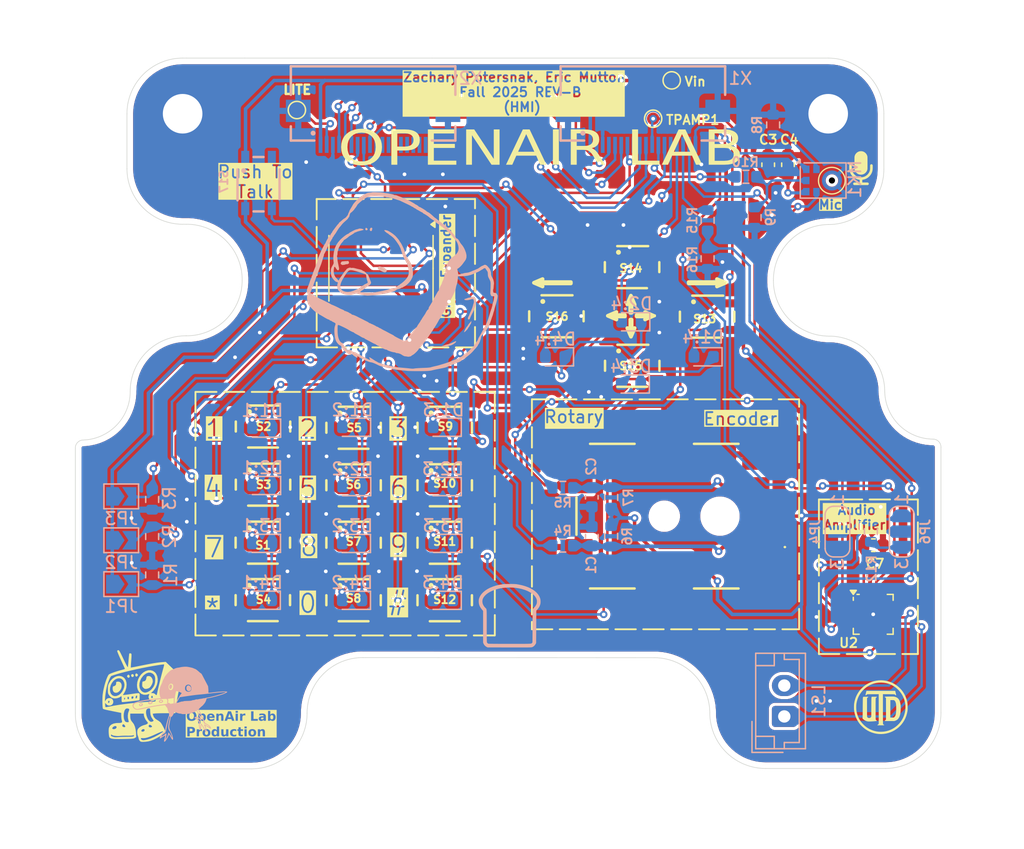
<source format=kicad_pcb>
(kicad_pcb
	(version 20241229)
	(generator "pcbnew")
	(generator_version "9.0")
	(general
		(thickness 1.6)
		(legacy_teardrops no)
	)
	(paper "A4")
	(layers
		(0 "F.Cu" signal)
		(2 "B.Cu" signal)
		(9 "F.Adhes" user "F.Adhesive")
		(11 "B.Adhes" user "B.Adhesive")
		(13 "F.Paste" user)
		(15 "B.Paste" user)
		(5 "F.SilkS" user "F.Silkscreen")
		(7 "B.SilkS" user "B.Silkscreen")
		(1 "F.Mask" user)
		(3 "B.Mask" user)
		(17 "Dwgs.User" user "User.Drawings")
		(19 "Cmts.User" user "User.Comments")
		(21 "Eco1.User" user "User.Eco1")
		(23 "Eco2.User" user "User.Eco2")
		(25 "Edge.Cuts" user)
		(27 "Margin" user)
		(31 "F.CrtYd" user "F.Courtyard")
		(29 "B.CrtYd" user "B.Courtyard")
		(35 "F.Fab" user)
		(33 "B.Fab" user)
		(39 "User.1" user)
		(41 "User.2" user)
		(43 "User.3" user)
		(45 "User.4" user)
	)
	(setup
		(stackup
			(layer "F.SilkS"
				(type "Top Silk Screen")
			)
			(layer "F.Paste"
				(type "Top Solder Paste")
			)
			(layer "F.Mask"
				(type "Top Solder Mask")
				(color "Black")
				(thickness 0.01)
			)
			(layer "F.Cu"
				(type "copper")
				(thickness 0.035)
			)
			(layer "dielectric 1"
				(type "core")
				(thickness 1.51)
				(material "FR4")
				(epsilon_r 4.5)
				(loss_tangent 0.02)
			)
			(layer "B.Cu"
				(type "copper")
				(thickness 0.035)
			)
			(layer "B.Mask"
				(type "Bottom Solder Mask")
				(color "Black")
				(thickness 0.01)
			)
			(layer "B.Paste"
				(type "Bottom Solder Paste")
			)
			(layer "B.SilkS"
				(type "Bottom Silk Screen")
			)
			(copper_finish "None")
			(dielectric_constraints no)
		)
		(pad_to_mask_clearance 0)
		(allow_soldermask_bridges_in_footprints no)
		(tenting front back)
		(pcbplotparams
			(layerselection 0x00000000_00000000_55555555_5755f5ff)
			(plot_on_all_layers_selection 0x00000000_00000000_00000000_00000000)
			(disableapertmacros no)
			(usegerberextensions no)
			(usegerberattributes yes)
			(usegerberadvancedattributes yes)
			(creategerberjobfile yes)
			(dashed_line_dash_ratio 12.000000)
			(dashed_line_gap_ratio 3.000000)
			(svgprecision 4)
			(plotframeref no)
			(mode 1)
			(useauxorigin no)
			(hpglpennumber 1)
			(hpglpenspeed 20)
			(hpglpendiameter 15.000000)
			(pdf_front_fp_property_popups yes)
			(pdf_back_fp_property_popups yes)
			(pdf_metadata yes)
			(pdf_single_document no)
			(dxfpolygonmode yes)
			(dxfimperialunits yes)
			(dxfusepcbnewfont yes)
			(psnegative no)
			(psa4output no)
			(plot_black_and_white yes)
			(sketchpadsonfab no)
			(plotpadnumbers no)
			(hidednponfab no)
			(sketchdnponfab yes)
			(crossoutdnponfab yes)
			(subtractmaskfromsilk no)
			(outputformat 1)
			(mirror no)
			(drillshape 1)
			(scaleselection 1)
			(outputdirectory "")
		)
	)
	(net 0 "")
	(net 1 "GND")
	(net 2 "Net-(C1-Pad1)")
	(net 3 "Net-(C2-Pad1)")
	(net 4 "Net-(D1:1-A)")
	(net 5 "Net-(D1:2-A)")
	(net 6 "Net-(D1:3-A)")
	(net 7 "Net-(D1:4-A)")
	(net 8 "Net-(D2:1-A)")
	(net 9 "Net-(D2:2-A)")
	(net 10 "Net-(D2:3-A)")
	(net 11 "Net-(D2:4-A)")
	(net 12 "Net-(D3:1-A)")
	(net 13 "Net-(D3:2-A)")
	(net 14 "Net-(D3:3-A)")
	(net 15 "Net-(D3:4-A)")
	(net 16 "Net-(D4:1-A)")
	(net 17 "Net-(D4:2-A)")
	(net 18 "Net-(D4:3-A)")
	(net 19 "Net-(D4:4-A)")
	(net 20 "unconnected-(IC1-P3-Pad7)")
	(net 21 "unconnected-(IC1-P4-Pad8)")
	(net 22 "/SDA")
	(net 23 "/SCL")
	(net 24 "/TFTDC")
	(net 25 "/TFTRST")
	(net 26 "+3.3V")
	(net 27 "/TFTCS")
	(net 28 "/CARDCS")
	(net 29 "/MISO")
	(net 30 "/SCK")
	(net 31 "/LITE")
	(net 32 "/MOSI")
	(net 33 "/Human-Machine Interface/Keypad/COL1")
	(net 34 "/Human-Machine Interface/Keypad/COL2")
	(net 35 "/Human-Machine Interface/Keypad/COL3")
	(net 36 "/Human-Machine Interface/Keypad/COL4")
	(net 37 "/Human-Machine Interface/Keypad/ROW3")
	(net 38 "/Human-Machine Interface/TFTRST")
	(net 39 "/Human-Machine Interface/ENC_SW")
	(net 40 "/Human-Machine Interface/ENC_CLK")
	(net 41 "/Human-Machine Interface/Keypad/ROW2")
	(net 42 "/Human-Machine Interface/Keypad/ROW1")
	(net 43 "/Human-Machine Interface/Keypad/ROW4")
	(net 44 "/Human-Machine Interface/ENC_DT")
	(net 45 "/Human-Machine Interface/LITE")
	(net 46 "unconnected-(X2-Pad15)")
	(net 47 "unconnected-(X2-Pad14)")
	(net 48 "unconnected-(X2-Pad16)")
	(net 49 "unconnected-(X2-Pad12)")
	(net 50 "unconnected-(X2-Pad11)")
	(net 51 "unconnected-(X2-Pad17)")
	(net 52 "unconnected-(X2-Pad13)")
	(net 53 "unconnected-(X2-Pad18)")
	(net 54 "/Human-Machine Interface/PCF_A2")
	(net 55 "/Human-Machine Interface/PCF_A0")
	(net 56 "/Human-Machine Interface/PCF_A1")
	(net 57 "unconnected-(IC1-P1-Pad5)")
	(net 58 "Net-(JP4-C)")
	(net 59 "/Human-Machine Interface/Audio/~{SD_MODE}")
	(net 60 "/Human-Machine Interface/Audio/GAIN_SLOT")
	(net 61 "Net-(JP6-B)")
	(net 62 "Net-(U2-OUTN)")
	(net 63 "Net-(U2-OUTP)")
	(net 64 "Net-(MK1-LR)")
	(net 65 "Net-(MK1-SD)")
	(net 66 "unconnected-(U2-NC-Pad13)")
	(net 67 "unconnected-(U2-NC-Pad5)")
	(net 68 "unconnected-(U2-NC-Pad12)")
	(net 69 "unconnected-(U2-NC-Pad6)")
	(net 70 "/~{PCF_INT}")
	(net 71 "/Human-Machine Interface/BCLK")
	(net 72 "/Human-Machine Interface/~{PCF_INT}")
	(net 73 "/Human-Machine Interface/LRCLK")
	(net 74 "/Human-Machine Interface/MIC_DOUT")
	(net 75 "/Human-Machine Interface/~{AMP_SD}")
	(net 76 "/Human-Machine Interface/AMP_DIN")
	(net 77 "Net-(IC1-P0)")
	(footprint "capstone-project:434133025816" (layer "F.Cu") (at 81.146515 117.791804))
	(footprint "capstone-project:434133025816" (layer "F.Cu") (at 95.85 117.8))
	(footprint "capstone-project:PEC11J9215FS0015" (layer "F.Cu") (at 113.7 115.65 90))
	(footprint "LOGO" (layer "F.Cu") (at 131.2 131.1))
	(footprint "MountingHole:MountingHole_3.2mm_M3_ISO14580_Pad" (layer "F.Cu") (at 126.950188 83.099792))
	(footprint "Capacitor_SMD:C_0603_1608Metric" (layer "F.Cu") (at 123.7 87.225 90))
	(footprint "capstone-project:434133025816" (layer "F.Cu") (at 117.063525 99.513525))
	(footprint "capstone-project:434133025816" (layer "F.Cu") (at 88.4834 108.5))
	(footprint "capstone-project:434133025816" (layer "F.Cu") (at 104.878012 99.483471))
	(footprint "TestPoint:TestPoint_Pad_D1.0mm" (layer "F.Cu") (at 114.3 80.4))
	(footprint "capstone-project:434133025816" (layer "F.Cu") (at 81.1625 108.4))
	(footprint "LOGO" (layer "F.Cu") (at 70.959616 131.288892))
	(footprint "capstone-project:434133025816" (layer "F.Cu") (at 95.85 113.15))
	(footprint "Package_DFN_QFN:TQFN-16-1EP_3x3mm_P0.5mm_EP1.23x1.23mm" (layer "F.Cu") (at 130.59 123.59))
	(footprint "Capacitor_SMD:C_0603_1608Metric" (layer "F.Cu") (at 130.6 118))
	(footprint "TestPoint:TestPoint_Pad_D1.0mm" (layer "F.Cu") (at 112.8 83.5))
	(footprint "LOGO" (layer "F.Cu") (at 129.6 87.5))
	(footprint "capstone-project:434133025816" (layer "F.Cu") (at 111.009703 103.486475))
	(footprint "capstone-project:434133025816" (layer "F.Cu") (at 95.85 122.45))
	(footprint "capstone-project:434133025816" (layer "F.Cu") (at 81.1625 113.1))
	(footprint "capstone-project:434133025816" (layer "F.Cu") (at 81.146515 122.441804))
	(footprint "capstone-project:434133025816" (layer "F.Cu") (at 95.85 108.5))
	(footprint "Package_SO:SSOP-24_5.3x8.2mm_P0.65mm" (layer "F.Cu") (at 90.8 95.6 -90))
	(footprint "capstone-project:434133025816" (layer "F.Cu") (at 88.4834 117.8))
	(footprint "capstone-project:434133025816" (layer "F.Cu") (at 88.4834 122.45))
	(footprint "TestPoint:TestPoint_Pad_D1.0mm" (layer "F.Cu") (at 84 82.8))
	(footprint "capstone-project:434133025816"
		(layer "F.Cu")
		(uuid "f315a9d1-c9cd-4111-9912-46675d77fd7b")
		(at 110.996315 95.507244)
		(property "Reference" "S14"
			(at 0.003685 0.092756 0)
			(layer "F.SilkS")
			(uuid "e4d7a3f5-5b8a-48cc-a7b6-d8969d877a8f")
			(effects
				(font
					(size 0.64 0.64)
					(thickness 0.15)
				)
			)
		)
		(property "Value" "434133025816"
			(at 2.7768 2.7936 0)
			(layer "F.Fab")
			(hide yes)
			(uuid "97da008e-84bc-422e-b96e-8bfd3b30c636")
			(effects
				(font
					(size 0.64 0.64)
					(thickness 0.15)
				)
			)
		)
		(property "Datasheet" ""
			(at 0 0 0)
			(layer "F.Fab")
			(hide yes)
			(uuid "ad38b8cc-6c62-4b07-a9de-2979bf9c8204")
			(effects
				(font
					(size 1.27 1.27)
					(thickness 0.15)
				)
			)
		)
		(property "Description" ""
			(at 0 0 0)
			(layer "F.Fab")
			(hide yes)
			(uuid "ff0abe28-7bcf-461b-8166-d1ef6d2ae42c")
			(effects
				(font
					(size 1.27 1.27)
					(thickness 0.15)
				)
			)
		)
		(path "/d9d768fa-8e33-4924-a20f-eaf2cfd5ecde/5d024499-286d-42d2-945b-eeb9e2e9c0c8/c9f1102f-0a02-49a1-b68e-c52e52559101")
		(sheetname "/Human-Machine Interface/Keypad/")
		(sheetfile "../Projects/capstone-project/Hardware/KiCAD/system-testbed/keypad.kicad_sch")
		(attr smd)
		(fp_line
			(start -2.1 -0.4)
			(end -2.1 0.4)
			(stroke
				(width 0.2)
				(type solid)
			)
			(layer "F.SilkS")
			(uuid "55447972-1286-4da1-907b-7c0470e05bd0")
		)
		(fp_line
			(start -1.1 -1.7)
			(end 1.4 -1.7)
			(stroke
				(width 0.2)
				(type solid)
			)
			(layer "F.SilkS")
			(uuid "1b073467-30fa-4b88-a1eb-d07e663630e4")
		)
		(fp_line
			(start -1.1 1.7)
			(end 1.3 1.7)
			(stroke
				(width 0.2)
				(type solid)
			)
			(layer "F.SilkS")
			(uuid "2abda0a8-0f19-4f6f-99b8-a71882c6ce9d")
		)
		(fp_line
			(start 2.3 -0.4)
			(end 2.3 0.4)
			(stroke
				(width 0.2)
				(type solid)
			)
			(layer "F.SilkS")
			(uuid "f1d3820f-aeb2-4af2-af79-758320ec46f2")
		)
		(fp_circle
			(center -1 -1.2)
			(end -0.9 -1.2)
			(stroke
				(width 0.2)
				(type solid)
			)
			(fill no)
			(layer "F.SilkS")
			(uuid "a0850d25-ffb5-4d3e-9316-8b5e4bd7d67e")
		)
		(fp_poly
			(pts
				(xy -2.8 -1.9) (xy 2.8 -1.9) (xy 2.8 1.9) (xy -2.8 1.9)
			)
			(stroke
				(width 0.1)
				(type solid)
			)
			(fill yes)
			(layer "F.CrtYd")
			(uuid "075df11a-4b72-4e61-95e2-b8b421c48e8b")
		)
		(fp_line
			(start -2 -1.6)
			(end 2.2 -1.6)
			(stroke
				(width 0.1)
				(type solid)
			)
			(layer "F.Fab")
			(uuid "cd21cdcd-6741-4295-a5f6-a56a57b44f2a")
		)
		(fp_line
			(start -2 1.6)
			(end -2 -1.6)
			(stroke
				(width 0.1)
				(type solid)
			)
			(layer "F.Fab")
			(uuid "435b4400-d2ac-4d0a-971b-b590a336d8e7")
		)
		(fp_line
			(start 2.2 -1.6)
			(end 2.2 1.6)
			(stroke
				(width 0.1)
				(type solid)
			)
			(layer "F.Fab")
			(uuid "3db6665c-42c8-42b7-99ea-52d9448b2a2a")
		)
		(fp_line
			(start 2.2 1.6)
			(end -2 1.6)
			(stroke
				(width 0.1)
				(type solid)
			)
			(layer "F.Fab")
			(uuid "6fe85625-8fc3-4022-aa87-73f3ef8c2ca2")
		)
		(pad "1" smd rect
			(at -2.075 -1.075)
			(size 1.05 0.65)
			(layers "F.Cu" "F.Mask" "F.Paste")
			(net 11 "Net-(D2:4-A)")
			(pintype "passive")
			(solder_mask_margin 0.102)
			(teardrops
				(best_length_ratio 0.5)
				(max_length 1)
				(best_width_ratio 1)
				(max_width 2)
				(curved_edges no)
				(filter_ratio 0.9)
				(enabled yes)
				(allow_two_segments yes)
				(prefer_zone_connections yes)
			)
			(uuid "0b1139ab-b530-45e4-8491-818177349a4c")
		)
		(pad "2" smd rect
			(at 2.075 -1.075)
			(size 1.05 0.65)
			(layers "F.Cu" "F.Mask" "F.Paste")
			(net 11 "Net-(D2:4-A)")
			(pintype "passive")
			(solder_mask_margin 0.102)
			(teardrops
				(best_length_ratio 0.5)
				(max_length 1)
				(best_width_ratio 1)
				(max_width 2)
				(curved_edges no)
				(filter_ratio 0.9)
				(enabled yes)
				(allow_two_segments yes)
				(prefer_zone_connections yes)
			)
			(uuid "02d79e9b-275e-4dba-9667-709774257363")
		)
		(pad "3" smd rect
			(at -2.075 1.075)
			(size 1.05 0.65)
			(layers "F.Cu" "F.Mask" "F.Paste")
			(net 41 "/Human-Machine Interface/Keypad/ROW2")
			(pintype "passive")
			(solder_mask_margin 0.102)
			(teardrops
				(best_length_ratio 0.5)
				(max_length 1)
				(best_width_ratio 1)
				(max_width 2)
				(curved_edges no)
				(filter_ratio 0.9)
				(enabled yes)
				(allow_two_segments yes)
				(prefer_zone_connections yes)
			)
			(uuid "431fc872-b826-431f-b347-a1004dd6db6c")
		)
		(pad "4" smd rect
			(at 2.075 1.075)
			(size 1.05 0.65)
			(layers "F.Cu" "F.Mask" "F.Paste")
			(net 41 "/Human-Machine Interface/Keypad/ROW2")
			(pintype "passive")
			(solder_mask_margin 0.102)
			(teardrops
				(best_length_ratio 0.5)
				(max_length 1)
				(best_width_ratio 1)
				(max_width 2)
	
... [1333289 chars truncated]
</source>
